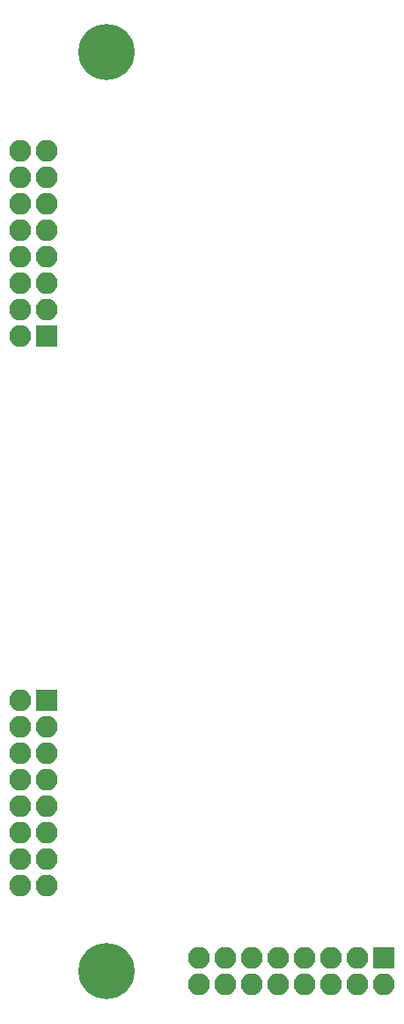
<source format=gts>
G04 #@! TF.FileFunction,Soldermask,Top*
%FSLAX46Y46*%
G04 Gerber Fmt 4.6, Leading zero omitted, Abs format (unit mm)*
G04 Created by KiCad (PCBNEW 4.0.7) date 01/27/20 23:17:01*
%MOMM*%
%LPD*%
G01*
G04 APERTURE LIST*
%ADD10C,0.100000*%
%ADD11C,5.400000*%
%ADD12R,2.100000X2.100000*%
%ADD13O,2.100000X2.100000*%
G04 APERTURE END LIST*
D10*
D11*
X111760000Y-128905000D03*
X111760000Y-40640000D03*
D12*
X106045000Y-102870000D03*
D13*
X103505000Y-102870000D03*
X106045000Y-105410000D03*
X103505000Y-105410000D03*
X106045000Y-107950000D03*
X103505000Y-107950000D03*
X106045000Y-110490000D03*
X103505000Y-110490000D03*
X106045000Y-113030000D03*
X103505000Y-113030000D03*
X106045000Y-115570000D03*
X103505000Y-115570000D03*
X106045000Y-118110000D03*
X103505000Y-118110000D03*
X106045000Y-120650000D03*
X103505000Y-120650000D03*
D12*
X138430000Y-127635000D03*
D13*
X138430000Y-130175000D03*
X135890000Y-127635000D03*
X135890000Y-130175000D03*
X133350000Y-127635000D03*
X133350000Y-130175000D03*
X130810000Y-127635000D03*
X130810000Y-130175000D03*
X128270000Y-127635000D03*
X128270000Y-130175000D03*
X125730000Y-127635000D03*
X125730000Y-130175000D03*
X123190000Y-127635000D03*
X123190000Y-130175000D03*
X120650000Y-127635000D03*
X120650000Y-130175000D03*
D12*
X106045000Y-67945000D03*
D13*
X103505000Y-67945000D03*
X106045000Y-65405000D03*
X103505000Y-65405000D03*
X106045000Y-62865000D03*
X103505000Y-62865000D03*
X106045000Y-60325000D03*
X103505000Y-60325000D03*
X106045000Y-57785000D03*
X103505000Y-57785000D03*
X106045000Y-55245000D03*
X103505000Y-55245000D03*
X106045000Y-52705000D03*
X103505000Y-52705000D03*
X106045000Y-50165000D03*
X103505000Y-50165000D03*
M02*

</source>
